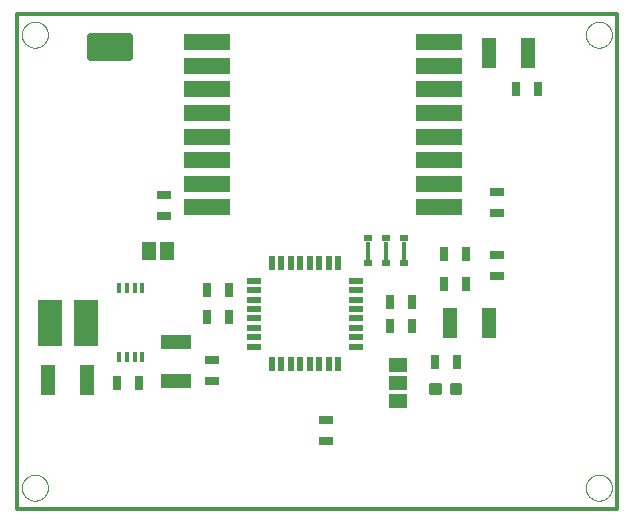
<source format=gtp>
G75*
%MOIN*%
%OFA0B0*%
%FSLAX25Y25*%
%IPPOS*%
%LPD*%
%AMOC8*
5,1,8,0,0,1.08239X$1,22.5*
%
%ADD10C,0.00000*%
%ADD11C,0.01200*%
%ADD12R,0.15748X0.05512*%
%ADD13R,0.04724X0.09843*%
%ADD14R,0.09843X0.04724*%
%ADD15R,0.07874X0.15748*%
%ADD16R,0.01575X0.03543*%
%ADD17R,0.03150X0.04724*%
%ADD18R,0.04724X0.03150*%
%ADD19R,0.04600X0.06300*%
%ADD20R,0.01575X0.06299*%
%ADD21R,0.03150X0.01969*%
%ADD22C,0.02362*%
%ADD23C,0.01181*%
%ADD24R,0.06300X0.04600*%
%ADD25R,0.05000X0.02200*%
%ADD26R,0.02200X0.05000*%
D10*
X0003469Y0008800D02*
X0003471Y0008931D01*
X0003477Y0009063D01*
X0003487Y0009194D01*
X0003501Y0009325D01*
X0003519Y0009455D01*
X0003541Y0009584D01*
X0003566Y0009713D01*
X0003596Y0009841D01*
X0003630Y0009968D01*
X0003667Y0010095D01*
X0003708Y0010219D01*
X0003753Y0010343D01*
X0003802Y0010465D01*
X0003854Y0010586D01*
X0003910Y0010704D01*
X0003970Y0010822D01*
X0004033Y0010937D01*
X0004100Y0011050D01*
X0004170Y0011162D01*
X0004243Y0011271D01*
X0004319Y0011377D01*
X0004399Y0011482D01*
X0004482Y0011584D01*
X0004568Y0011683D01*
X0004657Y0011780D01*
X0004749Y0011874D01*
X0004844Y0011965D01*
X0004941Y0012054D01*
X0005041Y0012139D01*
X0005144Y0012221D01*
X0005249Y0012300D01*
X0005356Y0012376D01*
X0005466Y0012448D01*
X0005578Y0012517D01*
X0005692Y0012583D01*
X0005807Y0012645D01*
X0005925Y0012704D01*
X0006044Y0012759D01*
X0006165Y0012811D01*
X0006288Y0012858D01*
X0006412Y0012902D01*
X0006537Y0012943D01*
X0006663Y0012979D01*
X0006791Y0013012D01*
X0006919Y0013040D01*
X0007048Y0013065D01*
X0007178Y0013086D01*
X0007308Y0013103D01*
X0007439Y0013116D01*
X0007570Y0013125D01*
X0007701Y0013130D01*
X0007833Y0013131D01*
X0007964Y0013128D01*
X0008096Y0013121D01*
X0008227Y0013110D01*
X0008357Y0013095D01*
X0008487Y0013076D01*
X0008617Y0013053D01*
X0008745Y0013027D01*
X0008873Y0012996D01*
X0009000Y0012961D01*
X0009126Y0012923D01*
X0009250Y0012881D01*
X0009374Y0012835D01*
X0009495Y0012785D01*
X0009615Y0012732D01*
X0009734Y0012675D01*
X0009851Y0012615D01*
X0009965Y0012551D01*
X0010078Y0012483D01*
X0010189Y0012412D01*
X0010298Y0012338D01*
X0010404Y0012261D01*
X0010508Y0012180D01*
X0010609Y0012097D01*
X0010708Y0012010D01*
X0010804Y0011920D01*
X0010897Y0011827D01*
X0010988Y0011732D01*
X0011075Y0011634D01*
X0011160Y0011533D01*
X0011241Y0011430D01*
X0011319Y0011324D01*
X0011394Y0011216D01*
X0011466Y0011106D01*
X0011534Y0010994D01*
X0011599Y0010880D01*
X0011660Y0010763D01*
X0011718Y0010645D01*
X0011772Y0010525D01*
X0011823Y0010404D01*
X0011870Y0010281D01*
X0011913Y0010157D01*
X0011952Y0010032D01*
X0011988Y0009905D01*
X0012019Y0009777D01*
X0012047Y0009649D01*
X0012071Y0009520D01*
X0012091Y0009390D01*
X0012107Y0009259D01*
X0012119Y0009128D01*
X0012127Y0008997D01*
X0012131Y0008866D01*
X0012131Y0008734D01*
X0012127Y0008603D01*
X0012119Y0008472D01*
X0012107Y0008341D01*
X0012091Y0008210D01*
X0012071Y0008080D01*
X0012047Y0007951D01*
X0012019Y0007823D01*
X0011988Y0007695D01*
X0011952Y0007568D01*
X0011913Y0007443D01*
X0011870Y0007319D01*
X0011823Y0007196D01*
X0011772Y0007075D01*
X0011718Y0006955D01*
X0011660Y0006837D01*
X0011599Y0006720D01*
X0011534Y0006606D01*
X0011466Y0006494D01*
X0011394Y0006384D01*
X0011319Y0006276D01*
X0011241Y0006170D01*
X0011160Y0006067D01*
X0011075Y0005966D01*
X0010988Y0005868D01*
X0010897Y0005773D01*
X0010804Y0005680D01*
X0010708Y0005590D01*
X0010609Y0005503D01*
X0010508Y0005420D01*
X0010404Y0005339D01*
X0010298Y0005262D01*
X0010189Y0005188D01*
X0010078Y0005117D01*
X0009966Y0005049D01*
X0009851Y0004985D01*
X0009734Y0004925D01*
X0009615Y0004868D01*
X0009495Y0004815D01*
X0009374Y0004765D01*
X0009250Y0004719D01*
X0009126Y0004677D01*
X0009000Y0004639D01*
X0008873Y0004604D01*
X0008745Y0004573D01*
X0008617Y0004547D01*
X0008487Y0004524D01*
X0008357Y0004505D01*
X0008227Y0004490D01*
X0008096Y0004479D01*
X0007964Y0004472D01*
X0007833Y0004469D01*
X0007701Y0004470D01*
X0007570Y0004475D01*
X0007439Y0004484D01*
X0007308Y0004497D01*
X0007178Y0004514D01*
X0007048Y0004535D01*
X0006919Y0004560D01*
X0006791Y0004588D01*
X0006663Y0004621D01*
X0006537Y0004657D01*
X0006412Y0004698D01*
X0006288Y0004742D01*
X0006165Y0004789D01*
X0006044Y0004841D01*
X0005925Y0004896D01*
X0005807Y0004955D01*
X0005692Y0005017D01*
X0005578Y0005083D01*
X0005466Y0005152D01*
X0005356Y0005224D01*
X0005249Y0005300D01*
X0005144Y0005379D01*
X0005041Y0005461D01*
X0004941Y0005546D01*
X0004844Y0005635D01*
X0004749Y0005726D01*
X0004657Y0005820D01*
X0004568Y0005917D01*
X0004482Y0006016D01*
X0004399Y0006118D01*
X0004319Y0006223D01*
X0004243Y0006329D01*
X0004170Y0006438D01*
X0004100Y0006550D01*
X0004033Y0006663D01*
X0003970Y0006778D01*
X0003910Y0006896D01*
X0003854Y0007014D01*
X0003802Y0007135D01*
X0003753Y0007257D01*
X0003708Y0007381D01*
X0003667Y0007505D01*
X0003630Y0007632D01*
X0003596Y0007759D01*
X0003566Y0007887D01*
X0003541Y0008016D01*
X0003519Y0008145D01*
X0003501Y0008275D01*
X0003487Y0008406D01*
X0003477Y0008537D01*
X0003471Y0008669D01*
X0003469Y0008800D01*
X0003469Y0159800D02*
X0003471Y0159931D01*
X0003477Y0160063D01*
X0003487Y0160194D01*
X0003501Y0160325D01*
X0003519Y0160455D01*
X0003541Y0160584D01*
X0003566Y0160713D01*
X0003596Y0160841D01*
X0003630Y0160968D01*
X0003667Y0161095D01*
X0003708Y0161219D01*
X0003753Y0161343D01*
X0003802Y0161465D01*
X0003854Y0161586D01*
X0003910Y0161704D01*
X0003970Y0161822D01*
X0004033Y0161937D01*
X0004100Y0162050D01*
X0004170Y0162162D01*
X0004243Y0162271D01*
X0004319Y0162377D01*
X0004399Y0162482D01*
X0004482Y0162584D01*
X0004568Y0162683D01*
X0004657Y0162780D01*
X0004749Y0162874D01*
X0004844Y0162965D01*
X0004941Y0163054D01*
X0005041Y0163139D01*
X0005144Y0163221D01*
X0005249Y0163300D01*
X0005356Y0163376D01*
X0005466Y0163448D01*
X0005578Y0163517D01*
X0005692Y0163583D01*
X0005807Y0163645D01*
X0005925Y0163704D01*
X0006044Y0163759D01*
X0006165Y0163811D01*
X0006288Y0163858D01*
X0006412Y0163902D01*
X0006537Y0163943D01*
X0006663Y0163979D01*
X0006791Y0164012D01*
X0006919Y0164040D01*
X0007048Y0164065D01*
X0007178Y0164086D01*
X0007308Y0164103D01*
X0007439Y0164116D01*
X0007570Y0164125D01*
X0007701Y0164130D01*
X0007833Y0164131D01*
X0007964Y0164128D01*
X0008096Y0164121D01*
X0008227Y0164110D01*
X0008357Y0164095D01*
X0008487Y0164076D01*
X0008617Y0164053D01*
X0008745Y0164027D01*
X0008873Y0163996D01*
X0009000Y0163961D01*
X0009126Y0163923D01*
X0009250Y0163881D01*
X0009374Y0163835D01*
X0009495Y0163785D01*
X0009615Y0163732D01*
X0009734Y0163675D01*
X0009851Y0163615D01*
X0009965Y0163551D01*
X0010078Y0163483D01*
X0010189Y0163412D01*
X0010298Y0163338D01*
X0010404Y0163261D01*
X0010508Y0163180D01*
X0010609Y0163097D01*
X0010708Y0163010D01*
X0010804Y0162920D01*
X0010897Y0162827D01*
X0010988Y0162732D01*
X0011075Y0162634D01*
X0011160Y0162533D01*
X0011241Y0162430D01*
X0011319Y0162324D01*
X0011394Y0162216D01*
X0011466Y0162106D01*
X0011534Y0161994D01*
X0011599Y0161880D01*
X0011660Y0161763D01*
X0011718Y0161645D01*
X0011772Y0161525D01*
X0011823Y0161404D01*
X0011870Y0161281D01*
X0011913Y0161157D01*
X0011952Y0161032D01*
X0011988Y0160905D01*
X0012019Y0160777D01*
X0012047Y0160649D01*
X0012071Y0160520D01*
X0012091Y0160390D01*
X0012107Y0160259D01*
X0012119Y0160128D01*
X0012127Y0159997D01*
X0012131Y0159866D01*
X0012131Y0159734D01*
X0012127Y0159603D01*
X0012119Y0159472D01*
X0012107Y0159341D01*
X0012091Y0159210D01*
X0012071Y0159080D01*
X0012047Y0158951D01*
X0012019Y0158823D01*
X0011988Y0158695D01*
X0011952Y0158568D01*
X0011913Y0158443D01*
X0011870Y0158319D01*
X0011823Y0158196D01*
X0011772Y0158075D01*
X0011718Y0157955D01*
X0011660Y0157837D01*
X0011599Y0157720D01*
X0011534Y0157606D01*
X0011466Y0157494D01*
X0011394Y0157384D01*
X0011319Y0157276D01*
X0011241Y0157170D01*
X0011160Y0157067D01*
X0011075Y0156966D01*
X0010988Y0156868D01*
X0010897Y0156773D01*
X0010804Y0156680D01*
X0010708Y0156590D01*
X0010609Y0156503D01*
X0010508Y0156420D01*
X0010404Y0156339D01*
X0010298Y0156262D01*
X0010189Y0156188D01*
X0010078Y0156117D01*
X0009966Y0156049D01*
X0009851Y0155985D01*
X0009734Y0155925D01*
X0009615Y0155868D01*
X0009495Y0155815D01*
X0009374Y0155765D01*
X0009250Y0155719D01*
X0009126Y0155677D01*
X0009000Y0155639D01*
X0008873Y0155604D01*
X0008745Y0155573D01*
X0008617Y0155547D01*
X0008487Y0155524D01*
X0008357Y0155505D01*
X0008227Y0155490D01*
X0008096Y0155479D01*
X0007964Y0155472D01*
X0007833Y0155469D01*
X0007701Y0155470D01*
X0007570Y0155475D01*
X0007439Y0155484D01*
X0007308Y0155497D01*
X0007178Y0155514D01*
X0007048Y0155535D01*
X0006919Y0155560D01*
X0006791Y0155588D01*
X0006663Y0155621D01*
X0006537Y0155657D01*
X0006412Y0155698D01*
X0006288Y0155742D01*
X0006165Y0155789D01*
X0006044Y0155841D01*
X0005925Y0155896D01*
X0005807Y0155955D01*
X0005692Y0156017D01*
X0005578Y0156083D01*
X0005466Y0156152D01*
X0005356Y0156224D01*
X0005249Y0156300D01*
X0005144Y0156379D01*
X0005041Y0156461D01*
X0004941Y0156546D01*
X0004844Y0156635D01*
X0004749Y0156726D01*
X0004657Y0156820D01*
X0004568Y0156917D01*
X0004482Y0157016D01*
X0004399Y0157118D01*
X0004319Y0157223D01*
X0004243Y0157329D01*
X0004170Y0157438D01*
X0004100Y0157550D01*
X0004033Y0157663D01*
X0003970Y0157778D01*
X0003910Y0157896D01*
X0003854Y0158014D01*
X0003802Y0158135D01*
X0003753Y0158257D01*
X0003708Y0158381D01*
X0003667Y0158505D01*
X0003630Y0158632D01*
X0003596Y0158759D01*
X0003566Y0158887D01*
X0003541Y0159016D01*
X0003519Y0159145D01*
X0003501Y0159275D01*
X0003487Y0159406D01*
X0003477Y0159537D01*
X0003471Y0159669D01*
X0003469Y0159800D01*
X0191469Y0159800D02*
X0191471Y0159931D01*
X0191477Y0160063D01*
X0191487Y0160194D01*
X0191501Y0160325D01*
X0191519Y0160455D01*
X0191541Y0160584D01*
X0191566Y0160713D01*
X0191596Y0160841D01*
X0191630Y0160968D01*
X0191667Y0161095D01*
X0191708Y0161219D01*
X0191753Y0161343D01*
X0191802Y0161465D01*
X0191854Y0161586D01*
X0191910Y0161704D01*
X0191970Y0161822D01*
X0192033Y0161937D01*
X0192100Y0162050D01*
X0192170Y0162162D01*
X0192243Y0162271D01*
X0192319Y0162377D01*
X0192399Y0162482D01*
X0192482Y0162584D01*
X0192568Y0162683D01*
X0192657Y0162780D01*
X0192749Y0162874D01*
X0192844Y0162965D01*
X0192941Y0163054D01*
X0193041Y0163139D01*
X0193144Y0163221D01*
X0193249Y0163300D01*
X0193356Y0163376D01*
X0193466Y0163448D01*
X0193578Y0163517D01*
X0193692Y0163583D01*
X0193807Y0163645D01*
X0193925Y0163704D01*
X0194044Y0163759D01*
X0194165Y0163811D01*
X0194288Y0163858D01*
X0194412Y0163902D01*
X0194537Y0163943D01*
X0194663Y0163979D01*
X0194791Y0164012D01*
X0194919Y0164040D01*
X0195048Y0164065D01*
X0195178Y0164086D01*
X0195308Y0164103D01*
X0195439Y0164116D01*
X0195570Y0164125D01*
X0195701Y0164130D01*
X0195833Y0164131D01*
X0195964Y0164128D01*
X0196096Y0164121D01*
X0196227Y0164110D01*
X0196357Y0164095D01*
X0196487Y0164076D01*
X0196617Y0164053D01*
X0196745Y0164027D01*
X0196873Y0163996D01*
X0197000Y0163961D01*
X0197126Y0163923D01*
X0197250Y0163881D01*
X0197374Y0163835D01*
X0197495Y0163785D01*
X0197615Y0163732D01*
X0197734Y0163675D01*
X0197851Y0163615D01*
X0197965Y0163551D01*
X0198078Y0163483D01*
X0198189Y0163412D01*
X0198298Y0163338D01*
X0198404Y0163261D01*
X0198508Y0163180D01*
X0198609Y0163097D01*
X0198708Y0163010D01*
X0198804Y0162920D01*
X0198897Y0162827D01*
X0198988Y0162732D01*
X0199075Y0162634D01*
X0199160Y0162533D01*
X0199241Y0162430D01*
X0199319Y0162324D01*
X0199394Y0162216D01*
X0199466Y0162106D01*
X0199534Y0161994D01*
X0199599Y0161880D01*
X0199660Y0161763D01*
X0199718Y0161645D01*
X0199772Y0161525D01*
X0199823Y0161404D01*
X0199870Y0161281D01*
X0199913Y0161157D01*
X0199952Y0161032D01*
X0199988Y0160905D01*
X0200019Y0160777D01*
X0200047Y0160649D01*
X0200071Y0160520D01*
X0200091Y0160390D01*
X0200107Y0160259D01*
X0200119Y0160128D01*
X0200127Y0159997D01*
X0200131Y0159866D01*
X0200131Y0159734D01*
X0200127Y0159603D01*
X0200119Y0159472D01*
X0200107Y0159341D01*
X0200091Y0159210D01*
X0200071Y0159080D01*
X0200047Y0158951D01*
X0200019Y0158823D01*
X0199988Y0158695D01*
X0199952Y0158568D01*
X0199913Y0158443D01*
X0199870Y0158319D01*
X0199823Y0158196D01*
X0199772Y0158075D01*
X0199718Y0157955D01*
X0199660Y0157837D01*
X0199599Y0157720D01*
X0199534Y0157606D01*
X0199466Y0157494D01*
X0199394Y0157384D01*
X0199319Y0157276D01*
X0199241Y0157170D01*
X0199160Y0157067D01*
X0199075Y0156966D01*
X0198988Y0156868D01*
X0198897Y0156773D01*
X0198804Y0156680D01*
X0198708Y0156590D01*
X0198609Y0156503D01*
X0198508Y0156420D01*
X0198404Y0156339D01*
X0198298Y0156262D01*
X0198189Y0156188D01*
X0198078Y0156117D01*
X0197966Y0156049D01*
X0197851Y0155985D01*
X0197734Y0155925D01*
X0197615Y0155868D01*
X0197495Y0155815D01*
X0197374Y0155765D01*
X0197250Y0155719D01*
X0197126Y0155677D01*
X0197000Y0155639D01*
X0196873Y0155604D01*
X0196745Y0155573D01*
X0196617Y0155547D01*
X0196487Y0155524D01*
X0196357Y0155505D01*
X0196227Y0155490D01*
X0196096Y0155479D01*
X0195964Y0155472D01*
X0195833Y0155469D01*
X0195701Y0155470D01*
X0195570Y0155475D01*
X0195439Y0155484D01*
X0195308Y0155497D01*
X0195178Y0155514D01*
X0195048Y0155535D01*
X0194919Y0155560D01*
X0194791Y0155588D01*
X0194663Y0155621D01*
X0194537Y0155657D01*
X0194412Y0155698D01*
X0194288Y0155742D01*
X0194165Y0155789D01*
X0194044Y0155841D01*
X0193925Y0155896D01*
X0193807Y0155955D01*
X0193692Y0156017D01*
X0193578Y0156083D01*
X0193466Y0156152D01*
X0193356Y0156224D01*
X0193249Y0156300D01*
X0193144Y0156379D01*
X0193041Y0156461D01*
X0192941Y0156546D01*
X0192844Y0156635D01*
X0192749Y0156726D01*
X0192657Y0156820D01*
X0192568Y0156917D01*
X0192482Y0157016D01*
X0192399Y0157118D01*
X0192319Y0157223D01*
X0192243Y0157329D01*
X0192170Y0157438D01*
X0192100Y0157550D01*
X0192033Y0157663D01*
X0191970Y0157778D01*
X0191910Y0157896D01*
X0191854Y0158014D01*
X0191802Y0158135D01*
X0191753Y0158257D01*
X0191708Y0158381D01*
X0191667Y0158505D01*
X0191630Y0158632D01*
X0191596Y0158759D01*
X0191566Y0158887D01*
X0191541Y0159016D01*
X0191519Y0159145D01*
X0191501Y0159275D01*
X0191487Y0159406D01*
X0191477Y0159537D01*
X0191471Y0159669D01*
X0191469Y0159800D01*
X0191469Y0008800D02*
X0191471Y0008931D01*
X0191477Y0009063D01*
X0191487Y0009194D01*
X0191501Y0009325D01*
X0191519Y0009455D01*
X0191541Y0009584D01*
X0191566Y0009713D01*
X0191596Y0009841D01*
X0191630Y0009968D01*
X0191667Y0010095D01*
X0191708Y0010219D01*
X0191753Y0010343D01*
X0191802Y0010465D01*
X0191854Y0010586D01*
X0191910Y0010704D01*
X0191970Y0010822D01*
X0192033Y0010937D01*
X0192100Y0011050D01*
X0192170Y0011162D01*
X0192243Y0011271D01*
X0192319Y0011377D01*
X0192399Y0011482D01*
X0192482Y0011584D01*
X0192568Y0011683D01*
X0192657Y0011780D01*
X0192749Y0011874D01*
X0192844Y0011965D01*
X0192941Y0012054D01*
X0193041Y0012139D01*
X0193144Y0012221D01*
X0193249Y0012300D01*
X0193356Y0012376D01*
X0193466Y0012448D01*
X0193578Y0012517D01*
X0193692Y0012583D01*
X0193807Y0012645D01*
X0193925Y0012704D01*
X0194044Y0012759D01*
X0194165Y0012811D01*
X0194288Y0012858D01*
X0194412Y0012902D01*
X0194537Y0012943D01*
X0194663Y0012979D01*
X0194791Y0013012D01*
X0194919Y0013040D01*
X0195048Y0013065D01*
X0195178Y0013086D01*
X0195308Y0013103D01*
X0195439Y0013116D01*
X0195570Y0013125D01*
X0195701Y0013130D01*
X0195833Y0013131D01*
X0195964Y0013128D01*
X0196096Y0013121D01*
X0196227Y0013110D01*
X0196357Y0013095D01*
X0196487Y0013076D01*
X0196617Y0013053D01*
X0196745Y0013027D01*
X0196873Y0012996D01*
X0197000Y0012961D01*
X0197126Y0012923D01*
X0197250Y0012881D01*
X0197374Y0012835D01*
X0197495Y0012785D01*
X0197615Y0012732D01*
X0197734Y0012675D01*
X0197851Y0012615D01*
X0197965Y0012551D01*
X0198078Y0012483D01*
X0198189Y0012412D01*
X0198298Y0012338D01*
X0198404Y0012261D01*
X0198508Y0012180D01*
X0198609Y0012097D01*
X0198708Y0012010D01*
X0198804Y0011920D01*
X0198897Y0011827D01*
X0198988Y0011732D01*
X0199075Y0011634D01*
X0199160Y0011533D01*
X0199241Y0011430D01*
X0199319Y0011324D01*
X0199394Y0011216D01*
X0199466Y0011106D01*
X0199534Y0010994D01*
X0199599Y0010880D01*
X0199660Y0010763D01*
X0199718Y0010645D01*
X0199772Y0010525D01*
X0199823Y0010404D01*
X0199870Y0010281D01*
X0199913Y0010157D01*
X0199952Y0010032D01*
X0199988Y0009905D01*
X0200019Y0009777D01*
X0200047Y0009649D01*
X0200071Y0009520D01*
X0200091Y0009390D01*
X0200107Y0009259D01*
X0200119Y0009128D01*
X0200127Y0008997D01*
X0200131Y0008866D01*
X0200131Y0008734D01*
X0200127Y0008603D01*
X0200119Y0008472D01*
X0200107Y0008341D01*
X0200091Y0008210D01*
X0200071Y0008080D01*
X0200047Y0007951D01*
X0200019Y0007823D01*
X0199988Y0007695D01*
X0199952Y0007568D01*
X0199913Y0007443D01*
X0199870Y0007319D01*
X0199823Y0007196D01*
X0199772Y0007075D01*
X0199718Y0006955D01*
X0199660Y0006837D01*
X0199599Y0006720D01*
X0199534Y0006606D01*
X0199466Y0006494D01*
X0199394Y0006384D01*
X0199319Y0006276D01*
X0199241Y0006170D01*
X0199160Y0006067D01*
X0199075Y0005966D01*
X0198988Y0005868D01*
X0198897Y0005773D01*
X0198804Y0005680D01*
X0198708Y0005590D01*
X0198609Y0005503D01*
X0198508Y0005420D01*
X0198404Y0005339D01*
X0198298Y0005262D01*
X0198189Y0005188D01*
X0198078Y0005117D01*
X0197966Y0005049D01*
X0197851Y0004985D01*
X0197734Y0004925D01*
X0197615Y0004868D01*
X0197495Y0004815D01*
X0197374Y0004765D01*
X0197250Y0004719D01*
X0197126Y0004677D01*
X0197000Y0004639D01*
X0196873Y0004604D01*
X0196745Y0004573D01*
X0196617Y0004547D01*
X0196487Y0004524D01*
X0196357Y0004505D01*
X0196227Y0004490D01*
X0196096Y0004479D01*
X0195964Y0004472D01*
X0195833Y0004469D01*
X0195701Y0004470D01*
X0195570Y0004475D01*
X0195439Y0004484D01*
X0195308Y0004497D01*
X0195178Y0004514D01*
X0195048Y0004535D01*
X0194919Y0004560D01*
X0194791Y0004588D01*
X0194663Y0004621D01*
X0194537Y0004657D01*
X0194412Y0004698D01*
X0194288Y0004742D01*
X0194165Y0004789D01*
X0194044Y0004841D01*
X0193925Y0004896D01*
X0193807Y0004955D01*
X0193692Y0005017D01*
X0193578Y0005083D01*
X0193466Y0005152D01*
X0193356Y0005224D01*
X0193249Y0005300D01*
X0193144Y0005379D01*
X0193041Y0005461D01*
X0192941Y0005546D01*
X0192844Y0005635D01*
X0192749Y0005726D01*
X0192657Y0005820D01*
X0192568Y0005917D01*
X0192482Y0006016D01*
X0192399Y0006118D01*
X0192319Y0006223D01*
X0192243Y0006329D01*
X0192170Y0006438D01*
X0192100Y0006550D01*
X0192033Y0006663D01*
X0191970Y0006778D01*
X0191910Y0006896D01*
X0191854Y0007014D01*
X0191802Y0007135D01*
X0191753Y0007257D01*
X0191708Y0007381D01*
X0191667Y0007505D01*
X0191630Y0007632D01*
X0191596Y0007759D01*
X0191566Y0007887D01*
X0191541Y0008016D01*
X0191519Y0008145D01*
X0191501Y0008275D01*
X0191487Y0008406D01*
X0191477Y0008537D01*
X0191471Y0008669D01*
X0191469Y0008800D01*
D11*
X0001800Y0001800D02*
X0001800Y0166800D01*
X0201800Y0166800D01*
X0201800Y0001800D01*
X0001800Y0001800D01*
D12*
X0065020Y0102241D03*
X0065020Y0110115D03*
X0065020Y0117989D03*
X0065020Y0125863D03*
X0065020Y0133737D03*
X0065020Y0141611D03*
X0065020Y0149485D03*
X0065020Y0157359D03*
X0142580Y0157359D03*
X0142580Y0149485D03*
X0142580Y0141611D03*
X0142580Y0133737D03*
X0142580Y0125863D03*
X0142580Y0117989D03*
X0142580Y0110115D03*
X0142580Y0102241D03*
D13*
X0146304Y0063800D03*
X0159296Y0063800D03*
X0159304Y0153800D03*
X0172296Y0153800D03*
X0025296Y0044800D03*
X0012304Y0044800D03*
D14*
X0054800Y0044304D03*
X0054800Y0057296D03*
D15*
X0024706Y0063800D03*
X0012894Y0063800D03*
D16*
X0035961Y0052383D03*
X0038520Y0052383D03*
X0041080Y0052383D03*
X0043639Y0052383D03*
X0043639Y0075217D03*
X0041080Y0075217D03*
X0038520Y0075217D03*
X0035961Y0075217D03*
D17*
X0065257Y0074800D03*
X0072343Y0074800D03*
X0072343Y0065800D03*
X0065257Y0065800D03*
X0042343Y0043800D03*
X0035257Y0043800D03*
X0126257Y0062800D03*
X0133343Y0062800D03*
X0133343Y0070800D03*
X0126257Y0070800D03*
X0144257Y0076800D03*
X0151343Y0076800D03*
X0151343Y0086800D03*
X0144257Y0086800D03*
X0141257Y0050800D03*
X0148343Y0050800D03*
X0168257Y0141800D03*
X0175343Y0141800D03*
D18*
X0161800Y0107343D03*
X0161800Y0100257D03*
X0161800Y0086343D03*
X0161800Y0079257D03*
X0104800Y0031343D03*
X0104800Y0024257D03*
X0066800Y0044257D03*
X0066800Y0051343D03*
X0050800Y0099257D03*
X0050800Y0106343D03*
D19*
X0051800Y0087800D03*
X0045800Y0087800D03*
D20*
X0118894Y0087800D03*
X0124800Y0087800D03*
X0130706Y0087800D03*
D21*
X0130706Y0091934D03*
X0124800Y0091934D03*
X0118894Y0091934D03*
X0118894Y0083666D03*
X0124800Y0083666D03*
X0130706Y0083666D03*
D22*
X0039296Y0152257D02*
X0026304Y0152257D01*
X0026304Y0159343D01*
X0039296Y0159343D01*
X0039296Y0152257D01*
X0039296Y0154618D02*
X0026304Y0154618D01*
X0026304Y0156979D02*
X0039296Y0156979D01*
X0039296Y0159340D02*
X0026304Y0159340D01*
D23*
X0139969Y0043178D02*
X0139969Y0040422D01*
X0139969Y0043178D02*
X0142725Y0043178D01*
X0142725Y0040422D01*
X0139969Y0040422D01*
X0139969Y0041602D02*
X0142725Y0041602D01*
X0142725Y0042782D02*
X0139969Y0042782D01*
X0146875Y0043178D02*
X0146875Y0040422D01*
X0146875Y0043178D02*
X0149631Y0043178D01*
X0149631Y0040422D01*
X0146875Y0040422D01*
X0146875Y0041602D02*
X0149631Y0041602D01*
X0149631Y0042782D02*
X0146875Y0042782D01*
D24*
X0128800Y0043800D03*
X0128800Y0037800D03*
X0128800Y0049800D03*
D25*
X0114700Y0055776D03*
X0114700Y0058926D03*
X0114700Y0062076D03*
X0114700Y0065225D03*
X0114700Y0068375D03*
X0114700Y0071524D03*
X0114700Y0074674D03*
X0114700Y0077824D03*
X0080900Y0077824D03*
X0080900Y0074674D03*
X0080900Y0071524D03*
X0080900Y0068375D03*
X0080900Y0065225D03*
X0080900Y0062076D03*
X0080900Y0058926D03*
X0080900Y0055776D03*
D26*
X0086776Y0049900D03*
X0089926Y0049900D03*
X0093076Y0049900D03*
X0096225Y0049900D03*
X0099375Y0049900D03*
X0102524Y0049900D03*
X0105674Y0049900D03*
X0108824Y0049900D03*
X0108824Y0083700D03*
X0105674Y0083700D03*
X0102524Y0083700D03*
X0099375Y0083700D03*
X0096225Y0083700D03*
X0093076Y0083700D03*
X0089926Y0083700D03*
X0086776Y0083700D03*
M02*

</source>
